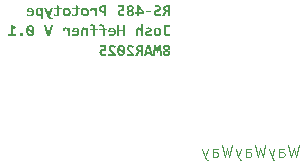
<source format=gbr>
%TF.GenerationSoftware,KiCad,Pcbnew,9.0.0*%
%TF.CreationDate,2025-03-09T00:38:03-06:00*%
%TF.ProjectId,Protyping board,50726f74-7970-4696-9e67-20626f617264,rev?*%
%TF.SameCoordinates,Original*%
%TF.FileFunction,Legend,Bot*%
%TF.FilePolarity,Positive*%
%FSLAX46Y46*%
G04 Gerber Fmt 4.6, Leading zero omitted, Abs format (unit mm)*
G04 Created by KiCad (PCBNEW 9.0.0) date 2025-03-09 00:38:03*
%MOMM*%
%LPD*%
G01*
G04 APERTURE LIST*
%ADD10C,0.100000*%
%ADD11C,0.200000*%
G04 APERTURE END LIST*
D10*
X98291353Y-151622419D02*
X98053258Y-152622419D01*
X98053258Y-152622419D02*
X97862782Y-151908133D01*
X97862782Y-151908133D02*
X97672306Y-152622419D01*
X97672306Y-152622419D02*
X97434211Y-151622419D01*
X96624687Y-152622419D02*
X96624687Y-152098609D01*
X96624687Y-152098609D02*
X96672306Y-152003371D01*
X96672306Y-152003371D02*
X96767544Y-151955752D01*
X96767544Y-151955752D02*
X96958020Y-151955752D01*
X96958020Y-151955752D02*
X97053258Y-152003371D01*
X96624687Y-152574800D02*
X96719925Y-152622419D01*
X96719925Y-152622419D02*
X96958020Y-152622419D01*
X96958020Y-152622419D02*
X97053258Y-152574800D01*
X97053258Y-152574800D02*
X97100877Y-152479561D01*
X97100877Y-152479561D02*
X97100877Y-152384323D01*
X97100877Y-152384323D02*
X97053258Y-152289085D01*
X97053258Y-152289085D02*
X96958020Y-152241466D01*
X96958020Y-152241466D02*
X96719925Y-152241466D01*
X96719925Y-152241466D02*
X96624687Y-152193847D01*
X96243734Y-151955752D02*
X96005639Y-152622419D01*
X95767544Y-151955752D02*
X96005639Y-152622419D01*
X96005639Y-152622419D02*
X96100877Y-152860514D01*
X96100877Y-152860514D02*
X96148496Y-152908133D01*
X96148496Y-152908133D02*
X96243734Y-152955752D01*
X95481829Y-151622419D02*
X95243734Y-152622419D01*
X95243734Y-152622419D02*
X95053258Y-151908133D01*
X95053258Y-151908133D02*
X94862782Y-152622419D01*
X94862782Y-152622419D02*
X94624687Y-151622419D01*
X93815163Y-152622419D02*
X93815163Y-152098609D01*
X93815163Y-152098609D02*
X93862782Y-152003371D01*
X93862782Y-152003371D02*
X93958020Y-151955752D01*
X93958020Y-151955752D02*
X94148496Y-151955752D01*
X94148496Y-151955752D02*
X94243734Y-152003371D01*
X93815163Y-152574800D02*
X93910401Y-152622419D01*
X93910401Y-152622419D02*
X94148496Y-152622419D01*
X94148496Y-152622419D02*
X94243734Y-152574800D01*
X94243734Y-152574800D02*
X94291353Y-152479561D01*
X94291353Y-152479561D02*
X94291353Y-152384323D01*
X94291353Y-152384323D02*
X94243734Y-152289085D01*
X94243734Y-152289085D02*
X94148496Y-152241466D01*
X94148496Y-152241466D02*
X93910401Y-152241466D01*
X93910401Y-152241466D02*
X93815163Y-152193847D01*
X93434210Y-151955752D02*
X93196115Y-152622419D01*
X92958020Y-151955752D02*
X93196115Y-152622419D01*
X93196115Y-152622419D02*
X93291353Y-152860514D01*
X93291353Y-152860514D02*
X93338972Y-152908133D01*
X93338972Y-152908133D02*
X93434210Y-152955752D01*
X92672305Y-151622419D02*
X92434210Y-152622419D01*
X92434210Y-152622419D02*
X92243734Y-151908133D01*
X92243734Y-151908133D02*
X92053258Y-152622419D01*
X92053258Y-152622419D02*
X91815163Y-151622419D01*
X91005639Y-152622419D02*
X91005639Y-152098609D01*
X91005639Y-152098609D02*
X91053258Y-152003371D01*
X91053258Y-152003371D02*
X91148496Y-151955752D01*
X91148496Y-151955752D02*
X91338972Y-151955752D01*
X91338972Y-151955752D02*
X91434210Y-152003371D01*
X91005639Y-152574800D02*
X91100877Y-152622419D01*
X91100877Y-152622419D02*
X91338972Y-152622419D01*
X91338972Y-152622419D02*
X91434210Y-152574800D01*
X91434210Y-152574800D02*
X91481829Y-152479561D01*
X91481829Y-152479561D02*
X91481829Y-152384323D01*
X91481829Y-152384323D02*
X91434210Y-152289085D01*
X91434210Y-152289085D02*
X91338972Y-152241466D01*
X91338972Y-152241466D02*
X91100877Y-152241466D01*
X91100877Y-152241466D02*
X91005639Y-152193847D01*
X90624686Y-151955752D02*
X90386591Y-152622419D01*
X90148496Y-151955752D02*
X90386591Y-152622419D01*
X90386591Y-152622419D02*
X90481829Y-152860514D01*
X90481829Y-152860514D02*
X90529448Y-152908133D01*
X90529448Y-152908133D02*
X90624686Y-152955752D01*
D11*
G36*
X87411889Y-140720000D02*
G01*
X87243850Y-140720000D01*
X87243850Y-140352658D01*
X87211732Y-140352658D01*
X87170913Y-140357999D01*
X87136933Y-140373358D01*
X87109174Y-140398452D01*
X87087412Y-140434785D01*
X86961688Y-140720000D01*
X86764279Y-140720000D01*
X86907039Y-140422573D01*
X86935957Y-140369654D01*
X86961749Y-140334890D01*
X86991200Y-140309644D01*
X87021833Y-140297276D01*
X86980717Y-140287774D01*
X86943614Y-140273401D01*
X86910068Y-140253551D01*
X86881821Y-140228705D01*
X86858904Y-140198695D01*
X86841460Y-140162821D01*
X86830868Y-140122884D01*
X86828397Y-140091685D01*
X87003393Y-140091685D01*
X87006587Y-140121593D01*
X87015727Y-140146945D01*
X87030502Y-140168992D01*
X87050532Y-140187306D01*
X87074816Y-140201262D01*
X87104876Y-140211669D01*
X87137642Y-140217670D01*
X87175523Y-140219790D01*
X87243850Y-140219790D01*
X87243850Y-139969685D01*
X87170088Y-139969685D01*
X87114914Y-139973459D01*
X87074369Y-139983433D01*
X87045097Y-139998140D01*
X87022614Y-140020192D01*
X87008551Y-140050434D01*
X87003393Y-140091685D01*
X86828397Y-140091685D01*
X86827110Y-140075443D01*
X86833231Y-140010517D01*
X86850008Y-139960099D01*
X86877844Y-139917338D01*
X86915282Y-139883651D01*
X86960923Y-139858930D01*
X87017742Y-139841641D01*
X87079652Y-139832314D01*
X87151587Y-139829002D01*
X87411889Y-139829002D01*
X87411889Y-140720000D01*
G37*
G36*
X86034359Y-140450478D02*
G01*
X86041436Y-140520255D01*
X86061348Y-140577423D01*
X86093739Y-140626626D01*
X86136819Y-140666388D01*
X86188896Y-140696527D01*
X86252285Y-140718595D01*
X86321027Y-140731223D01*
X86398464Y-140735631D01*
X86468143Y-140733569D01*
X86534385Y-140727510D01*
X86599526Y-140716708D01*
X86664200Y-140700460D01*
X86664200Y-140536329D01*
X86598621Y-140556113D01*
X86529928Y-140572294D01*
X86461296Y-140583162D01*
X86395045Y-140587131D01*
X86349010Y-140584904D01*
X86313712Y-140578949D01*
X86282263Y-140568739D01*
X86259063Y-140556357D01*
X86240497Y-140540322D01*
X86228349Y-140522224D01*
X86221208Y-140501578D01*
X86218763Y-140478443D01*
X86223608Y-140447941D01*
X86237569Y-140423550D01*
X86258723Y-140403143D01*
X86287090Y-140384349D01*
X86357126Y-140353635D01*
X86437055Y-140324265D01*
X86516983Y-140288789D01*
X86554266Y-140266523D01*
X86587020Y-140239696D01*
X86614598Y-140207786D01*
X86636540Y-140169781D01*
X86650298Y-140126551D01*
X86655286Y-140071901D01*
X86650469Y-140020549D01*
X86636174Y-139972311D01*
X86611818Y-139928529D01*
X86576090Y-139890123D01*
X86530749Y-139859346D01*
X86470882Y-139834192D01*
X86402998Y-139818988D01*
X86315788Y-139813370D01*
X86260162Y-139816057D01*
X86202765Y-139822896D01*
X86148115Y-139832848D01*
X86099938Y-139844633D01*
X86099938Y-139997041D01*
X86147749Y-139981409D01*
X86201360Y-139969014D01*
X86257048Y-139960832D01*
X86310293Y-139957962D01*
X86353012Y-139959914D01*
X86385458Y-139965106D01*
X86414420Y-139973942D01*
X86436017Y-139984767D01*
X86453332Y-139999004D01*
X86464715Y-140015603D01*
X86471303Y-140034642D01*
X86473569Y-140056209D01*
X86468863Y-140082270D01*
X86454823Y-140104324D01*
X86433715Y-140122847D01*
X86404937Y-140140472D01*
X86334595Y-140170453D01*
X86253995Y-140200495D01*
X86173394Y-140237009D01*
X86135976Y-140259789D01*
X86102991Y-140286774D01*
X86075092Y-140318604D01*
X86053166Y-140356017D01*
X86039319Y-140398294D01*
X86034359Y-140450478D01*
G37*
G36*
X85790116Y-140423000D02*
G01*
X85790116Y-140274501D01*
X85365195Y-140274501D01*
X85365195Y-140423000D01*
X85790116Y-140423000D01*
G37*
G36*
X85166748Y-140395828D02*
G01*
X85166748Y-140540237D01*
X84751413Y-140540237D01*
X84751413Y-140720000D01*
X84588808Y-140720000D01*
X84588808Y-140540237D01*
X84453558Y-140540237D01*
X84453558Y-140391737D01*
X84588808Y-140391737D01*
X84749337Y-140391737D01*
X85003471Y-140391737D01*
X84749337Y-139990263D01*
X84749337Y-140391737D01*
X84588808Y-140391737D01*
X84588808Y-139829002D01*
X84818335Y-139829002D01*
X85166748Y-140395828D01*
G37*
G36*
X84108848Y-139818278D02*
G01*
X84167978Y-139831810D01*
X84220660Y-139854206D01*
X84261584Y-139882247D01*
X84294399Y-139917198D01*
X84317637Y-139956985D01*
X84331652Y-140000839D01*
X84336383Y-140048026D01*
X84333258Y-140088228D01*
X84324415Y-140122398D01*
X84310252Y-140153734D01*
X84291992Y-140181749D01*
X84269920Y-140206904D01*
X84244487Y-140229499D01*
X84186784Y-140268333D01*
X84251325Y-140311320D01*
X84280014Y-140336130D01*
X84304998Y-140363893D01*
X84325678Y-140394748D01*
X84341512Y-140429045D01*
X84351344Y-140466382D01*
X84354823Y-140510500D01*
X84349660Y-140559863D01*
X84334673Y-140603312D01*
X84309961Y-140641583D01*
X84275261Y-140674265D01*
X84232567Y-140699686D01*
X84178236Y-140719633D01*
X84118124Y-140731392D01*
X84045368Y-140735631D01*
X83979155Y-140731598D01*
X83919338Y-140719938D01*
X83863904Y-140699966D01*
X83817550Y-140672861D01*
X83778801Y-140637642D01*
X83749590Y-140595130D01*
X83731357Y-140546115D01*
X83726027Y-140497555D01*
X83893021Y-140497555D01*
X83896056Y-140523823D01*
X83904623Y-140545122D01*
X83918298Y-140563130D01*
X83936435Y-140577789D01*
X83957815Y-140588775D01*
X83983208Y-140596718D01*
X84039933Y-140602763D01*
X84083401Y-140599412D01*
X84118369Y-140590156D01*
X84146484Y-140575774D01*
X84168863Y-140555101D01*
X84182134Y-140529563D01*
X84186784Y-140497555D01*
X84184134Y-140469261D01*
X84176526Y-140444738D01*
X84164523Y-140422179D01*
X84148866Y-140401385D01*
X84107894Y-140365237D01*
X84057641Y-140334523D01*
X83994138Y-140367984D01*
X83941564Y-140404132D01*
X83921129Y-140424446D01*
X83906027Y-140446081D01*
X83896342Y-140470095D01*
X83893021Y-140497555D01*
X83726027Y-140497555D01*
X83724982Y-140488030D01*
X83728461Y-140443181D01*
X83738293Y-140405170D01*
X83754112Y-140370334D01*
X83774502Y-140339652D01*
X83799220Y-140312414D01*
X83827808Y-140288483D01*
X83891678Y-140247878D01*
X83833609Y-140206662D01*
X83808041Y-140182981D01*
X83786470Y-140156837D01*
X83768792Y-140127781D01*
X83755024Y-140095104D01*
X83746439Y-140059699D01*
X83744424Y-140032334D01*
X83904623Y-140032334D01*
X83907084Y-140058091D01*
X83914209Y-140080816D01*
X83939488Y-140121055D01*
X83976735Y-140154822D01*
X84022775Y-140183764D01*
X84081882Y-140153845D01*
X84130059Y-140121543D01*
X84148615Y-140103122D01*
X84162177Y-140083808D01*
X84170807Y-140062322D01*
X84173778Y-140037524D01*
X84169670Y-140007645D01*
X84158116Y-139984395D01*
X84138974Y-139966144D01*
X84114534Y-139953668D01*
X84082213Y-139945400D01*
X84039872Y-139942330D01*
X83996535Y-139945330D01*
X83963843Y-139953355D01*
X83939488Y-139965350D01*
X83920115Y-139983029D01*
X83908642Y-140004895D01*
X83904623Y-140032334D01*
X83744424Y-140032334D01*
X83743422Y-140018717D01*
X83748378Y-139974584D01*
X83762901Y-139935125D01*
X83786539Y-139900234D01*
X83819626Y-139869973D01*
X83859993Y-139846384D01*
X83911461Y-139828025D01*
X83968197Y-139817233D01*
X84035781Y-139813370D01*
X84108848Y-139818278D01*
G37*
G36*
X82968379Y-140436983D02*
G01*
X82971877Y-140483922D01*
X82982002Y-140526054D01*
X82998482Y-140564173D01*
X83034151Y-140615174D01*
X83081830Y-140657901D01*
X83138808Y-140690978D01*
X83207493Y-140715847D01*
X83281804Y-140730536D01*
X83364602Y-140735631D01*
X83409726Y-140734288D01*
X83458208Y-140731051D01*
X83506079Y-140726167D01*
X83549066Y-140720000D01*
X83549066Y-140575408D01*
X83459551Y-140589635D01*
X83356420Y-140594947D01*
X83288954Y-140589886D01*
X83238164Y-140576325D01*
X83200348Y-140555929D01*
X83170508Y-140526529D01*
X83152833Y-140491104D01*
X83146676Y-140447669D01*
X83152658Y-140402255D01*
X83169318Y-140367492D01*
X83196563Y-140340751D01*
X83231822Y-140322971D01*
X83283691Y-140310565D01*
X83357763Y-140305764D01*
X83532641Y-140305764D01*
X83532641Y-139829002D01*
X83017594Y-139829002D01*
X83017594Y-139985317D01*
X83376875Y-139985317D01*
X83376875Y-140168988D01*
X83312639Y-140168988D01*
X83245304Y-140172112D01*
X83182213Y-140181261D01*
X83122938Y-140198363D01*
X83072609Y-140223881D01*
X83030116Y-140259365D01*
X82996772Y-140306069D01*
X82981608Y-140341697D01*
X82971875Y-140384816D01*
X82968379Y-140436983D01*
G37*
G36*
X82025662Y-140720000D02*
G01*
X81856219Y-140720000D01*
X81856219Y-140434724D01*
X81770856Y-140434724D01*
X81683916Y-140428413D01*
X81612404Y-140410849D01*
X81548716Y-140381556D01*
X81498342Y-140343927D01*
X81458234Y-140296937D01*
X81429344Y-140241833D01*
X81412028Y-140180813D01*
X81407108Y-140124780D01*
X81582301Y-140124780D01*
X81585402Y-140162138D01*
X81594269Y-140194511D01*
X81609058Y-140223590D01*
X81629134Y-140248000D01*
X81654263Y-140267501D01*
X81685432Y-140282194D01*
X81720436Y-140290919D01*
X81762613Y-140294040D01*
X81856219Y-140294040D01*
X81856219Y-139969685D01*
X81768108Y-139969685D01*
X81722092Y-139972598D01*
X81685493Y-139980554D01*
X81652986Y-139994087D01*
X81627730Y-140011695D01*
X81607771Y-140034070D01*
X81593597Y-140060788D01*
X81585217Y-140090647D01*
X81582301Y-140124780D01*
X81407108Y-140124780D01*
X81406079Y-140113056D01*
X81412217Y-140047392D01*
X81429649Y-139991912D01*
X81458673Y-139943168D01*
X81498647Y-139902763D01*
X81548148Y-139871524D01*
X81610694Y-139847808D01*
X81680054Y-139833984D01*
X81764017Y-139829002D01*
X82025662Y-139829002D01*
X82025662Y-140720000D01*
G37*
G36*
X80807257Y-140294040D02*
G01*
X80807620Y-140257760D01*
X80811043Y-140229987D01*
X80817955Y-140205111D01*
X80827407Y-140186390D01*
X80840191Y-140171352D01*
X80855129Y-140161294D01*
X80872335Y-140155415D01*
X80892620Y-140153356D01*
X80928704Y-140160310D01*
X80968824Y-140183398D01*
X81007076Y-140219773D01*
X81055225Y-140282316D01*
X81055225Y-140720000D01*
X81226011Y-140720000D01*
X81226011Y-140024396D01*
X81075069Y-140024396D01*
X81068902Y-140129909D01*
X81030312Y-140081671D01*
X80982501Y-140044729D01*
X80955026Y-140031155D01*
X80924066Y-140020976D01*
X80891048Y-140014823D01*
X80853724Y-140012672D01*
X80803103Y-140017338D01*
X80760484Y-140030563D01*
X80723095Y-140052739D01*
X80692158Y-140083564D01*
X80668609Y-140121981D01*
X80651186Y-140171613D01*
X80641888Y-140226767D01*
X80639890Y-140294040D01*
X80807257Y-140294040D01*
G37*
G36*
X80265828Y-140019484D02*
G01*
X80332144Y-140038928D01*
X80391156Y-140070762D01*
X80439733Y-140112873D01*
X80478243Y-140164827D01*
X80507327Y-140228033D01*
X80524792Y-140297863D01*
X80530896Y-140377876D01*
X80524923Y-140463942D01*
X80508365Y-140534314D01*
X80480307Y-140596770D01*
X80443457Y-140646055D01*
X80396815Y-140684904D01*
X80340326Y-140713161D01*
X80276927Y-140729765D01*
X80202329Y-140735631D01*
X80123998Y-140728712D01*
X80057554Y-140709070D01*
X79998589Y-140676806D01*
X79950270Y-140634148D01*
X79912064Y-140581554D01*
X79883347Y-140517950D01*
X79866090Y-140447844D01*
X79860392Y-140372442D01*
X80033618Y-140372442D01*
X80036083Y-140417689D01*
X80043204Y-140458660D01*
X80055422Y-140496767D01*
X80071903Y-140528269D01*
X80093943Y-140554567D01*
X80121789Y-140574431D01*
X80154437Y-140586702D01*
X80194146Y-140591039D01*
X80242078Y-140584700D01*
X80281224Y-140566593D01*
X80313703Y-140536390D01*
X80336571Y-140497471D01*
X80351748Y-140444654D01*
X80357423Y-140373785D01*
X80355060Y-140329845D01*
X80348203Y-140289644D01*
X80336107Y-140252179D01*
X80319199Y-140220767D01*
X80296593Y-140194318D01*
X80268640Y-140174239D01*
X80235657Y-140161746D01*
X80194146Y-140157264D01*
X80143988Y-140163709D01*
X80104931Y-140181741D01*
X80074284Y-140211242D01*
X80053116Y-140249483D01*
X80038943Y-140301814D01*
X80033618Y-140372442D01*
X79860392Y-140372442D01*
X79860083Y-140368351D01*
X79865956Y-140284196D01*
X79882309Y-140214722D01*
X79910029Y-140152798D01*
X79946851Y-140103347D01*
X79993473Y-140064096D01*
X80049982Y-140035509D01*
X80113480Y-140018644D01*
X80188651Y-140012672D01*
X80265828Y-140019484D01*
G37*
G36*
X79143841Y-140712184D02*
G01*
X79234699Y-140729220D01*
X79321467Y-140735631D01*
X79387261Y-140731757D01*
X79439314Y-140721221D01*
X79485401Y-140702595D01*
X79521318Y-140677318D01*
X79549205Y-140644231D01*
X79569129Y-140602213D01*
X79580349Y-140554143D01*
X79584455Y-140493525D01*
X79584455Y-140153356D01*
X79770935Y-140153356D01*
X79770935Y-140024396D01*
X79584455Y-140024396D01*
X79584455Y-139846221D01*
X79413668Y-139801646D01*
X79413668Y-140024396D01*
X79143841Y-140024396D01*
X79143841Y-140153356D01*
X79413668Y-140153356D01*
X79413668Y-140481802D01*
X79410187Y-140520776D01*
X79400786Y-140550162D01*
X79386374Y-140572172D01*
X79365955Y-140588152D01*
X79336497Y-140598745D01*
X79294783Y-140602763D01*
X79214916Y-140595680D01*
X79143841Y-140579316D01*
X79143841Y-140712184D01*
G37*
G36*
X78728075Y-140019484D02*
G01*
X78794391Y-140038928D01*
X78853403Y-140070762D01*
X78901980Y-140112873D01*
X78940490Y-140164827D01*
X78969574Y-140228033D01*
X78987039Y-140297863D01*
X78993143Y-140377876D01*
X78987170Y-140463942D01*
X78970612Y-140534314D01*
X78942555Y-140596770D01*
X78905704Y-140646055D01*
X78859062Y-140684904D01*
X78802573Y-140713161D01*
X78739174Y-140729765D01*
X78664576Y-140735631D01*
X78586245Y-140728712D01*
X78519801Y-140709070D01*
X78460836Y-140676806D01*
X78412517Y-140634148D01*
X78374311Y-140581554D01*
X78345594Y-140517950D01*
X78328337Y-140447844D01*
X78322639Y-140372442D01*
X78495865Y-140372442D01*
X78498330Y-140417689D01*
X78505451Y-140458660D01*
X78517669Y-140496767D01*
X78534150Y-140528269D01*
X78556190Y-140554567D01*
X78584036Y-140574431D01*
X78616684Y-140586702D01*
X78656393Y-140591039D01*
X78704326Y-140584700D01*
X78743471Y-140566593D01*
X78775950Y-140536390D01*
X78798818Y-140497471D01*
X78813995Y-140444654D01*
X78819670Y-140373785D01*
X78817307Y-140329845D01*
X78810450Y-140289644D01*
X78798354Y-140252179D01*
X78781446Y-140220767D01*
X78758840Y-140194318D01*
X78730887Y-140174239D01*
X78697904Y-140161746D01*
X78656393Y-140157264D01*
X78606235Y-140163709D01*
X78567178Y-140181741D01*
X78536531Y-140211242D01*
X78515363Y-140249483D01*
X78501190Y-140301814D01*
X78495865Y-140372442D01*
X78322639Y-140372442D01*
X78322330Y-140368351D01*
X78328203Y-140284196D01*
X78344556Y-140214722D01*
X78372276Y-140152798D01*
X78409098Y-140103347D01*
X78455720Y-140064096D01*
X78512229Y-140035509D01*
X78575727Y-140018644D01*
X78650898Y-140012672D01*
X78728075Y-140019484D01*
G37*
G36*
X77606088Y-140712184D02*
G01*
X77696946Y-140729220D01*
X77783714Y-140735631D01*
X77849508Y-140731757D01*
X77901561Y-140721221D01*
X77947648Y-140702595D01*
X77983565Y-140677318D01*
X78011452Y-140644231D01*
X78031376Y-140602213D01*
X78042596Y-140554143D01*
X78046702Y-140493525D01*
X78046702Y-140153356D01*
X78233182Y-140153356D01*
X78233182Y-140024396D01*
X78046702Y-140024396D01*
X78046702Y-139846221D01*
X77875915Y-139801646D01*
X77875915Y-140024396D01*
X77606088Y-140024396D01*
X77606088Y-140153356D01*
X77875915Y-140153356D01*
X77875915Y-140481802D01*
X77872434Y-140520776D01*
X77863033Y-140550162D01*
X77848621Y-140572172D01*
X77828202Y-140588152D01*
X77798744Y-140598745D01*
X77757030Y-140602763D01*
X77677163Y-140595680D01*
X77606088Y-140579316D01*
X77606088Y-140712184D01*
G37*
G36*
X76992245Y-140642269D02*
G01*
X77030293Y-140729084D01*
X77067777Y-140800416D01*
X77110011Y-140864165D01*
X77154178Y-140913989D01*
X77204310Y-140954051D01*
X77259080Y-140982377D01*
X77319124Y-140999344D01*
X77388468Y-141005275D01*
X77425715Y-141003565D01*
X77467053Y-140998436D01*
X77467053Y-140856775D01*
X77448307Y-140859706D01*
X77426081Y-140862332D01*
X77402512Y-140863920D01*
X77380286Y-140864591D01*
X77352402Y-140861859D01*
X77327041Y-140853845D01*
X77303525Y-140841087D01*
X77281612Y-140823925D01*
X77261941Y-140803207D01*
X77243693Y-140778190D01*
X77213590Y-140720000D01*
X77488913Y-140024396D01*
X77303105Y-140024396D01*
X77158941Y-140420680D01*
X77115893Y-140546099D01*
X77073578Y-140424221D01*
X76928070Y-140024396D01*
X76749101Y-140024396D01*
X76992245Y-140642269D01*
G37*
G36*
X76309758Y-140014767D02*
G01*
X76341582Y-140020671D01*
X76371410Y-140030429D01*
X76398979Y-140043630D01*
X76448499Y-140079900D01*
X76492524Y-140127100D01*
X76496615Y-140024396D01*
X76640779Y-140024396D01*
X76640779Y-140989644D01*
X76474084Y-140989644D01*
X76474084Y-140719450D01*
X76426945Y-140728304D01*
X76375043Y-140731723D01*
X76299806Y-140726048D01*
X76232283Y-140709619D01*
X76170793Y-140681350D01*
X76118588Y-140641536D01*
X76076228Y-140590492D01*
X76043422Y-140526132D01*
X76028921Y-140479050D01*
X76019698Y-140424506D01*
X76016794Y-140368290D01*
X76191311Y-140368290D01*
X76194536Y-140420012D01*
X76203646Y-140464338D01*
X76218956Y-140504641D01*
X76238817Y-140536817D01*
X76264171Y-140563207D01*
X76294138Y-140582674D01*
X76327966Y-140594720D01*
X76366189Y-140598855D01*
X76425296Y-140594153D01*
X76474084Y-140582002D01*
X76474084Y-140282683D01*
X76430299Y-140228680D01*
X76392445Y-140190969D01*
X76365305Y-140171686D01*
X76338572Y-140160803D01*
X76311540Y-140157264D01*
X76284052Y-140160309D01*
X76260676Y-140169049D01*
X76240570Y-140183893D01*
X76223063Y-140206479D01*
X76209951Y-140234350D01*
X76199494Y-140271875D01*
X76193541Y-140313736D01*
X76191311Y-140368290D01*
X76016794Y-140368290D01*
X76016434Y-140361329D01*
X76020916Y-140283231D01*
X76033531Y-140216615D01*
X76054986Y-140155809D01*
X76083051Y-140107011D01*
X76119500Y-140066753D01*
X76163285Y-140037219D01*
X76213602Y-140019016D01*
X76272583Y-140012672D01*
X76309758Y-140014767D01*
G37*
G36*
X75642597Y-140019602D02*
G01*
X75705573Y-140039600D01*
X75761609Y-140072223D01*
X75808400Y-140115926D01*
X75845486Y-140169430D01*
X75873979Y-140234506D01*
X75891166Y-140306061D01*
X75897182Y-140388135D01*
X75891060Y-140470243D01*
X75873979Y-140538039D01*
X75845173Y-140598266D01*
X75806995Y-140646727D01*
X75758984Y-140684983D01*
X75700444Y-140713161D01*
X75635040Y-140729768D01*
X75558356Y-140735631D01*
X75493449Y-140733128D01*
X75427198Y-140725739D01*
X75362962Y-140714565D01*
X75304893Y-140700460D01*
X75304893Y-140567592D01*
X75366768Y-140583849D01*
X75424816Y-140594520D01*
X75481739Y-140600778D01*
X75533077Y-140602763D01*
X75575533Y-140599569D01*
X75612639Y-140590429D01*
X75646250Y-140575099D01*
X75674127Y-140554525D01*
X75696637Y-140528349D01*
X75713756Y-140495968D01*
X75724066Y-140459317D01*
X75727739Y-140415184D01*
X75271432Y-140415184D01*
X75268379Y-140364199D01*
X75267341Y-140319991D01*
X75269365Y-140294040D01*
X75436723Y-140294040D01*
X75725052Y-140294040D01*
X75715778Y-140246007D01*
X75699651Y-140208214D01*
X75677241Y-140178635D01*
X75648175Y-140156085D01*
X75614260Y-140142468D01*
X75574049Y-140137725D01*
X75546050Y-140140103D01*
X75520437Y-140147067D01*
X75497046Y-140158835D01*
X75476718Y-140175643D01*
X75460175Y-140197037D01*
X75446981Y-140224553D01*
X75439110Y-140255649D01*
X75436723Y-140294040D01*
X75269365Y-140294040D01*
X75272447Y-140254521D01*
X75287185Y-140196282D01*
X75311834Y-140143323D01*
X75345254Y-140099012D01*
X75387583Y-140063076D01*
X75440204Y-140035448D01*
X75499594Y-140018640D01*
X75570629Y-140012672D01*
X75642597Y-140019602D01*
G37*
G36*
X86881760Y-142134813D02*
G01*
X86886874Y-142195834D01*
X86901605Y-142249607D01*
X86926166Y-142298002D01*
X86959673Y-142338450D01*
X87001789Y-142370706D01*
X87054623Y-142395481D01*
X87114036Y-142410302D01*
X87186453Y-142415631D01*
X87241067Y-142412542D01*
X87293004Y-142403419D01*
X87342238Y-142389221D01*
X87382519Y-142372644D01*
X87382519Y-142208513D01*
X87342585Y-142234708D01*
X87293736Y-142255835D01*
X87240430Y-142269940D01*
X87186453Y-142274947D01*
X87163862Y-142272965D01*
X87139680Y-142266765D01*
X87116818Y-142255879D01*
X87096266Y-142239349D01*
X87079283Y-142217807D01*
X87064881Y-142188974D01*
X87055888Y-142155666D01*
X87052547Y-142111854D01*
X87052547Y-141645778D01*
X87375680Y-141645778D01*
X87375680Y-141509002D01*
X86881760Y-141509002D01*
X86881760Y-142134813D01*
G37*
G36*
X86416840Y-141699484D02*
G01*
X86483155Y-141718928D01*
X86542168Y-141750762D01*
X86590744Y-141792873D01*
X86629255Y-141844827D01*
X86658339Y-141908033D01*
X86675803Y-141977863D01*
X86681908Y-142057876D01*
X86675935Y-142143942D01*
X86659377Y-142214314D01*
X86631319Y-142276770D01*
X86594469Y-142326055D01*
X86547827Y-142364904D01*
X86491338Y-142393161D01*
X86427939Y-142409765D01*
X86353340Y-142415631D01*
X86275010Y-142408712D01*
X86208565Y-142389070D01*
X86149601Y-142356806D01*
X86101282Y-142314148D01*
X86063076Y-142261554D01*
X86034359Y-142197950D01*
X86017102Y-142127844D01*
X86011404Y-142052442D01*
X86184630Y-142052442D01*
X86187095Y-142097689D01*
X86194216Y-142138660D01*
X86206434Y-142176767D01*
X86222915Y-142208269D01*
X86244955Y-142234567D01*
X86272801Y-142254431D01*
X86305449Y-142266702D01*
X86345158Y-142271039D01*
X86393090Y-142264700D01*
X86432236Y-142246593D01*
X86464715Y-142216390D01*
X86487583Y-142177471D01*
X86502760Y-142124654D01*
X86508435Y-142053785D01*
X86506071Y-142009845D01*
X86499214Y-141969644D01*
X86487119Y-141932179D01*
X86470211Y-141900767D01*
X86447604Y-141874318D01*
X86419652Y-141854239D01*
X86386669Y-141841746D01*
X86345158Y-141837264D01*
X86295000Y-141843709D01*
X86255943Y-141861741D01*
X86225296Y-141891242D01*
X86204128Y-141929483D01*
X86189955Y-141981814D01*
X86184630Y-142052442D01*
X86011404Y-142052442D01*
X86011095Y-142048351D01*
X86016968Y-141964196D01*
X86033321Y-141894722D01*
X86061041Y-141832798D01*
X86097862Y-141783347D01*
X86144485Y-141744096D01*
X86200994Y-141715509D01*
X86264492Y-141698644D01*
X86339663Y-141692672D01*
X86416840Y-141699484D01*
G37*
G36*
X85294853Y-142196240D02*
G01*
X85301736Y-142252332D01*
X85321170Y-142297418D01*
X85351605Y-142335289D01*
X85390840Y-142365561D01*
X85436472Y-142387937D01*
X85489209Y-142403663D01*
X85544638Y-142412625D01*
X85601561Y-142415631D01*
X85676229Y-142413519D01*
X85739558Y-142407632D01*
X85799986Y-142397686D01*
X85855696Y-142384368D01*
X85855696Y-142235868D01*
X85791019Y-142259095D01*
X85727590Y-142274642D01*
X85664465Y-142283768D01*
X85607056Y-142286671D01*
X85546292Y-142280832D01*
X85509054Y-142266338D01*
X85490449Y-142250739D01*
X85480042Y-142233325D01*
X85476570Y-142213276D01*
X85483408Y-142184638D01*
X85492541Y-142172640D01*
X85509054Y-142159787D01*
X85561994Y-142135301D01*
X85651448Y-142106969D01*
X85700832Y-142091259D01*
X85741268Y-142074607D01*
X85777302Y-142054413D01*
X85805137Y-142032048D01*
X85827289Y-142005499D01*
X85843056Y-141975139D01*
X85852349Y-141941059D01*
X85855696Y-141899118D01*
X85850911Y-141858044D01*
X85836584Y-141819434D01*
X85813144Y-141784716D01*
X85779553Y-141753672D01*
X85738267Y-141729011D01*
X85684909Y-141709036D01*
X85625571Y-141697034D01*
X85552407Y-141692672D01*
X85436270Y-141698778D01*
X85346755Y-141712212D01*
X85346755Y-141848988D01*
X85405600Y-141832236D01*
X85458435Y-141821755D01*
X85510638Y-141815786D01*
X85561933Y-141813817D01*
X85609955Y-141818948D01*
X85644242Y-141832623D01*
X85661859Y-141847186D01*
X85671903Y-141864280D01*
X85675322Y-141884830D01*
X85669216Y-141912796D01*
X85660785Y-141924145D01*
X85644975Y-141936610D01*
X85594417Y-141960851D01*
X85508627Y-141988389D01*
X85451205Y-142006788D01*
X85407571Y-142024842D01*
X85369511Y-142046282D01*
X85341687Y-142068806D01*
X85320105Y-142095232D01*
X85305783Y-142124677D01*
X85297721Y-142157356D01*
X85294853Y-142196240D01*
G37*
G36*
X84684429Y-142400000D02*
G01*
X84684429Y-141950654D01*
X84688761Y-141905164D01*
X84699997Y-141874267D01*
X84716660Y-141853905D01*
X84739042Y-141841663D01*
X84769120Y-141837264D01*
X84796178Y-141840827D01*
X84822930Y-141851785D01*
X84850087Y-141871214D01*
X84887935Y-141909180D01*
X84931725Y-141963538D01*
X84931725Y-142400000D01*
X85098421Y-142400000D01*
X85098421Y-141434752D01*
X84931725Y-141434752D01*
X84931725Y-141673438D01*
X84939907Y-141799651D01*
X84896920Y-141754344D01*
X84849781Y-141720638D01*
X84795132Y-141699816D01*
X84764889Y-141694533D01*
X84730225Y-141692672D01*
X84679124Y-141697257D01*
X84637351Y-141710075D01*
X84600796Y-141731135D01*
X84571100Y-141759106D01*
X84548049Y-141793482D01*
X84531106Y-141835432D01*
X84521267Y-141881638D01*
X84517794Y-141935266D01*
X84517794Y-142400000D01*
X84684429Y-142400000D01*
G37*
G36*
X83119382Y-142400000D02*
G01*
X83119382Y-142013119D01*
X83422670Y-142013119D01*
X83422670Y-142400000D01*
X83590710Y-142400000D01*
X83590710Y-141509002D01*
X83422670Y-141509002D01*
X83422670Y-141868527D01*
X83119382Y-141868527D01*
X83119382Y-141509002D01*
X82951343Y-141509002D01*
X82951343Y-142400000D01*
X83119382Y-142400000D01*
G37*
G36*
X82562485Y-141699602D02*
G01*
X82625462Y-141719600D01*
X82681498Y-141752223D01*
X82728288Y-141795926D01*
X82765374Y-141849430D01*
X82793867Y-141914506D01*
X82811054Y-141986061D01*
X82817070Y-142068135D01*
X82810948Y-142150243D01*
X82793867Y-142218039D01*
X82765061Y-142278266D01*
X82726884Y-142326727D01*
X82678872Y-142364983D01*
X82620333Y-142393161D01*
X82554929Y-142409768D01*
X82478244Y-142415631D01*
X82413337Y-142413128D01*
X82347086Y-142405739D01*
X82282850Y-142394565D01*
X82224781Y-142380460D01*
X82224781Y-142247592D01*
X82286656Y-142263849D01*
X82344705Y-142274520D01*
X82401628Y-142280778D01*
X82452965Y-142282763D01*
X82495421Y-142279569D01*
X82532527Y-142270429D01*
X82566139Y-142255099D01*
X82594016Y-142234525D01*
X82616526Y-142208349D01*
X82633644Y-142175968D01*
X82643954Y-142139317D01*
X82647627Y-142095184D01*
X82191320Y-142095184D01*
X82188267Y-142044199D01*
X82187229Y-141999991D01*
X82189253Y-141974040D01*
X82356612Y-141974040D01*
X82644940Y-141974040D01*
X82635666Y-141926007D01*
X82619539Y-141888214D01*
X82597130Y-141858635D01*
X82568064Y-141836085D01*
X82534149Y-141822468D01*
X82493937Y-141817725D01*
X82465938Y-141820103D01*
X82440326Y-141827067D01*
X82416935Y-141838835D01*
X82396606Y-141855643D01*
X82380063Y-141877037D01*
X82366870Y-141904553D01*
X82358999Y-141935649D01*
X82356612Y-141974040D01*
X82189253Y-141974040D01*
X82192335Y-141934521D01*
X82207074Y-141876282D01*
X82231722Y-141823323D01*
X82265143Y-141779012D01*
X82307472Y-141743076D01*
X82360092Y-141715448D01*
X82419482Y-141698640D01*
X82490518Y-141692672D01*
X82562485Y-141699602D01*
G37*
G36*
X81399912Y-141579344D02*
G01*
X81471292Y-141562674D01*
X81555678Y-141555896D01*
X81584376Y-141557901D01*
X81610327Y-141563712D01*
X81634040Y-141573853D01*
X81654047Y-141588442D01*
X81670318Y-141607342D01*
X81683112Y-141631489D01*
X81690838Y-141659217D01*
X81693675Y-141694870D01*
X81693675Y-141806001D01*
X81421100Y-141806001D01*
X81421100Y-141934961D01*
X81693675Y-141934961D01*
X81693675Y-142400000D01*
X81861714Y-142400000D01*
X81861714Y-141934961D01*
X82063215Y-141934961D01*
X82063215Y-141806001D01*
X81861714Y-141806001D01*
X81861714Y-141700793D01*
X81855983Y-141630403D01*
X81840221Y-141574520D01*
X81813877Y-141526012D01*
X81779405Y-141488058D01*
X81736740Y-141459191D01*
X81684822Y-141438721D01*
X81627547Y-141427124D01*
X81561113Y-141423028D01*
X81475444Y-141429928D01*
X81399912Y-141446475D01*
X81399912Y-141579344D01*
G37*
G36*
X80631036Y-141579344D02*
G01*
X80702416Y-141562674D01*
X80786802Y-141555896D01*
X80815499Y-141557901D01*
X80841451Y-141563712D01*
X80865163Y-141573853D01*
X80885170Y-141588442D01*
X80901441Y-141607342D01*
X80914235Y-141631489D01*
X80921961Y-141659217D01*
X80924799Y-141694870D01*
X80924799Y-141806001D01*
X80652224Y-141806001D01*
X80652224Y-141934961D01*
X80924799Y-141934961D01*
X80924799Y-142400000D01*
X81092838Y-142400000D01*
X81092838Y-141934961D01*
X81294338Y-141934961D01*
X81294338Y-141806001D01*
X81092838Y-141806001D01*
X81092838Y-141700793D01*
X81087107Y-141630403D01*
X81071345Y-141574520D01*
X81045001Y-141526012D01*
X81010528Y-141488058D01*
X80967863Y-141459191D01*
X80915945Y-141438721D01*
X80858671Y-141427124D01*
X80792236Y-141423028D01*
X80706568Y-141429928D01*
X80631036Y-141446475D01*
X80631036Y-141579344D01*
G37*
G36*
X80071170Y-142400000D02*
G01*
X80071170Y-141950654D01*
X80075502Y-141905164D01*
X80086738Y-141874267D01*
X80103401Y-141853905D01*
X80125783Y-141841663D01*
X80155861Y-141837264D01*
X80182919Y-141840827D01*
X80209671Y-141851785D01*
X80236828Y-141871214D01*
X80274676Y-141909180D01*
X80318466Y-141963538D01*
X80318466Y-142400000D01*
X80485162Y-142400000D01*
X80485162Y-141704396D01*
X80340997Y-141704396D01*
X80336906Y-141807100D01*
X80292882Y-141759900D01*
X80243361Y-141723630D01*
X80215792Y-141710429D01*
X80185964Y-141700671D01*
X80154141Y-141694767D01*
X80116966Y-141692672D01*
X80065865Y-141697257D01*
X80024092Y-141710075D01*
X79987537Y-141731135D01*
X79957841Y-141759106D01*
X79934791Y-141793482D01*
X79917847Y-141835432D01*
X79908008Y-141881638D01*
X79904535Y-141935266D01*
X79904535Y-142400000D01*
X80071170Y-142400000D01*
G37*
G36*
X79486979Y-141699602D02*
G01*
X79549956Y-141719600D01*
X79605992Y-141752223D01*
X79652782Y-141795926D01*
X79689868Y-141849430D01*
X79718361Y-141914506D01*
X79735548Y-141986061D01*
X79741564Y-142068135D01*
X79735442Y-142150243D01*
X79718361Y-142218039D01*
X79689555Y-142278266D01*
X79651378Y-142326727D01*
X79603366Y-142364983D01*
X79544827Y-142393161D01*
X79479423Y-142409768D01*
X79402739Y-142415631D01*
X79337831Y-142413128D01*
X79271580Y-142405739D01*
X79207344Y-142394565D01*
X79149275Y-142380460D01*
X79149275Y-142247592D01*
X79211150Y-142263849D01*
X79269199Y-142274520D01*
X79326122Y-142280778D01*
X79377459Y-142282763D01*
X79419915Y-142279569D01*
X79457021Y-142270429D01*
X79490633Y-142255099D01*
X79518510Y-142234525D01*
X79541020Y-142208349D01*
X79558138Y-142175968D01*
X79568448Y-142139317D01*
X79572121Y-142095184D01*
X79115814Y-142095184D01*
X79112761Y-142044199D01*
X79111723Y-141999991D01*
X79113747Y-141974040D01*
X79281106Y-141974040D01*
X79569434Y-141974040D01*
X79560160Y-141926007D01*
X79544033Y-141888214D01*
X79521624Y-141858635D01*
X79492558Y-141836085D01*
X79458643Y-141822468D01*
X79418431Y-141817725D01*
X79390432Y-141820103D01*
X79364820Y-141827067D01*
X79341429Y-141838835D01*
X79321100Y-141855643D01*
X79304557Y-141877037D01*
X79291364Y-141904553D01*
X79283493Y-141935649D01*
X79281106Y-141974040D01*
X79113747Y-141974040D01*
X79116830Y-141934521D01*
X79131568Y-141876282D01*
X79156216Y-141823323D01*
X79189637Y-141779012D01*
X79231966Y-141743076D01*
X79284586Y-141715448D01*
X79343976Y-141698640D01*
X79415012Y-141692672D01*
X79486979Y-141699602D01*
G37*
G36*
X78500628Y-141974040D02*
G01*
X78500990Y-141937760D01*
X78504413Y-141909987D01*
X78511326Y-141885111D01*
X78520778Y-141866390D01*
X78533561Y-141851352D01*
X78548499Y-141841294D01*
X78565705Y-141835415D01*
X78585990Y-141833356D01*
X78622075Y-141840310D01*
X78662194Y-141863398D01*
X78700446Y-141899773D01*
X78748595Y-141962316D01*
X78748595Y-142400000D01*
X78919382Y-142400000D01*
X78919382Y-141704396D01*
X78768440Y-141704396D01*
X78762273Y-141809909D01*
X78723682Y-141761671D01*
X78675872Y-141724729D01*
X78648397Y-141711155D01*
X78617437Y-141700976D01*
X78584419Y-141694823D01*
X78547095Y-141692672D01*
X78496473Y-141697338D01*
X78453855Y-141710563D01*
X78416465Y-141732739D01*
X78385528Y-141763564D01*
X78361980Y-141801981D01*
X78344556Y-141851613D01*
X78335258Y-141906767D01*
X78333260Y-141974040D01*
X78500628Y-141974040D01*
G37*
G36*
X77009342Y-142400000D02*
G01*
X77232030Y-142400000D01*
X77504605Y-141509002D01*
X77314035Y-141509002D01*
X77163032Y-142045542D01*
X77114549Y-142221397D01*
X77063991Y-142035284D01*
X76914392Y-141509002D01*
X76735423Y-141509002D01*
X77009342Y-142400000D01*
G37*
G36*
X75627793Y-141497028D02*
G01*
X75678084Y-141507607D01*
X75723709Y-141524755D01*
X75765941Y-141548803D01*
X75803373Y-141579028D01*
X75836427Y-141615858D01*
X75863788Y-141657317D01*
X75887192Y-141705769D01*
X75906402Y-141762159D01*
X75924267Y-141852036D01*
X75930643Y-141958592D01*
X75927536Y-142039050D01*
X75918838Y-142107670D01*
X75905364Y-142165954D01*
X75885440Y-142222346D01*
X75861893Y-142269352D01*
X75835022Y-142308225D01*
X75802635Y-142342348D01*
X75766993Y-142369335D01*
X75727739Y-142389741D01*
X75663436Y-142409013D01*
X75591817Y-142415631D01*
X75535608Y-142411952D01*
X75485362Y-142401354D01*
X75440204Y-142384246D01*
X75398339Y-142360248D01*
X75360997Y-142330049D01*
X75327791Y-142293204D01*
X75300242Y-142251673D01*
X75276841Y-142203219D01*
X75257815Y-142146903D01*
X75240176Y-142056987D01*
X75234258Y-141956821D01*
X75401919Y-141956821D01*
X75405592Y-142036097D01*
X75415596Y-142099520D01*
X75432640Y-142156864D01*
X75453515Y-142199904D01*
X75480659Y-142235233D01*
X75510912Y-142259193D01*
X75545328Y-142273946D01*
X75582292Y-142278855D01*
X75616228Y-142275262D01*
X75646688Y-142264745D01*
X75674494Y-142247165D01*
X75697816Y-142223662D01*
X75718388Y-142191841D01*
X75735982Y-142149895D01*
X75403262Y-141911514D01*
X75402590Y-141933862D01*
X75401919Y-141956821D01*
X75234258Y-141956821D01*
X75233879Y-141950409D01*
X75236994Y-141869445D01*
X75245699Y-141800620D01*
X75254390Y-141763014D01*
X75426526Y-141763014D01*
X75761261Y-142001395D01*
X75762604Y-141978375D01*
X75762604Y-141954073D01*
X75758835Y-141873728D01*
X75748621Y-141810153D01*
X75731316Y-141752727D01*
X75710336Y-141709281D01*
X75683202Y-141673462D01*
X75653306Y-141649624D01*
X75619167Y-141635018D01*
X75582292Y-141630146D01*
X75547930Y-141633849D01*
X75517370Y-141644655D01*
X75489724Y-141662691D01*
X75466545Y-141686645D01*
X75445399Y-141719431D01*
X75426526Y-141763014D01*
X75254390Y-141763014D01*
X75259159Y-141742376D01*
X75279072Y-141685966D01*
X75302520Y-141639093D01*
X75329195Y-141600471D01*
X75361306Y-141566559D01*
X75396801Y-141539687D01*
X75436051Y-141519321D01*
X75500365Y-141500004D01*
X75572034Y-141493370D01*
X75627793Y-141497028D01*
G37*
G36*
X74817506Y-142145987D02*
G01*
X74789620Y-142148704D01*
X74764262Y-142156673D01*
X74741178Y-142169280D01*
X74721580Y-142185554D01*
X74705489Y-142205286D01*
X74693187Y-142228541D01*
X74685526Y-142253973D01*
X74682929Y-142281481D01*
X74685517Y-142308363D01*
X74693187Y-142333443D01*
X74705464Y-142356401D01*
X74721580Y-142376125D01*
X74741173Y-142392351D01*
X74764262Y-142404945D01*
X74789620Y-142412914D01*
X74817506Y-142415631D01*
X74844087Y-142412933D01*
X74868736Y-142404945D01*
X74891204Y-142392377D01*
X74910441Y-142376125D01*
X74926217Y-142356431D01*
X74938407Y-142333443D01*
X74946076Y-142308363D01*
X74948665Y-142281481D01*
X74946068Y-142253973D01*
X74938407Y-142228541D01*
X74926192Y-142205255D01*
X74910441Y-142185554D01*
X74891200Y-142169253D01*
X74868736Y-142156673D01*
X74844087Y-142148685D01*
X74817506Y-142145987D01*
G37*
G36*
X74325235Y-142400000D02*
G01*
X74325235Y-142251500D01*
X74097784Y-142251500D01*
X74097784Y-141677285D01*
X74295865Y-141786461D01*
X74350514Y-141649685D01*
X74067070Y-141501186D01*
X73926997Y-141501186D01*
X73926997Y-142251500D01*
X73730931Y-142251500D01*
X73730931Y-142400000D01*
X74325235Y-142400000D01*
G37*
G36*
X87184354Y-143178278D02*
G01*
X87243483Y-143191810D01*
X87296166Y-143214206D01*
X87337090Y-143242247D01*
X87369905Y-143277198D01*
X87393143Y-143316985D01*
X87407158Y-143360839D01*
X87411889Y-143408026D01*
X87408764Y-143448228D01*
X87399921Y-143482398D01*
X87385758Y-143513734D01*
X87367498Y-143541749D01*
X87345426Y-143566904D01*
X87319993Y-143589499D01*
X87262290Y-143628333D01*
X87326831Y-143671320D01*
X87355520Y-143696130D01*
X87380504Y-143723893D01*
X87401184Y-143754748D01*
X87417018Y-143789045D01*
X87426850Y-143826382D01*
X87430329Y-143870500D01*
X87425166Y-143919863D01*
X87410179Y-143963312D01*
X87385467Y-144001583D01*
X87350767Y-144034265D01*
X87308073Y-144059686D01*
X87253742Y-144079633D01*
X87193630Y-144091392D01*
X87120874Y-144095631D01*
X87054660Y-144091598D01*
X86994844Y-144079938D01*
X86939410Y-144059966D01*
X86893056Y-144032861D01*
X86854307Y-143997642D01*
X86825095Y-143955130D01*
X86806863Y-143906115D01*
X86801533Y-143857555D01*
X86968527Y-143857555D01*
X86971562Y-143883823D01*
X86980129Y-143905122D01*
X86993804Y-143923130D01*
X87011941Y-143937789D01*
X87033321Y-143948775D01*
X87058714Y-143956718D01*
X87115439Y-143962763D01*
X87158907Y-143959412D01*
X87193875Y-143950156D01*
X87221990Y-143935774D01*
X87244369Y-143915101D01*
X87257640Y-143889563D01*
X87262290Y-143857555D01*
X87259640Y-143829261D01*
X87252032Y-143804738D01*
X87240029Y-143782179D01*
X87224371Y-143761385D01*
X87183400Y-143725237D01*
X87133147Y-143694523D01*
X87069644Y-143727984D01*
X87017070Y-143764132D01*
X86996635Y-143784446D01*
X86981533Y-143806081D01*
X86971848Y-143830095D01*
X86968527Y-143857555D01*
X86801533Y-143857555D01*
X86800488Y-143848030D01*
X86803967Y-143803181D01*
X86813799Y-143765170D01*
X86829618Y-143730334D01*
X86850008Y-143699652D01*
X86874726Y-143672414D01*
X86903314Y-143648483D01*
X86967184Y-143607878D01*
X86909115Y-143566662D01*
X86883547Y-143542981D01*
X86861976Y-143516837D01*
X86844298Y-143487781D01*
X86830530Y-143455104D01*
X86821945Y-143419699D01*
X86819930Y-143392334D01*
X86980129Y-143392334D01*
X86982590Y-143418091D01*
X86989715Y-143440816D01*
X87014994Y-143481055D01*
X87052241Y-143514822D01*
X87098281Y-143543764D01*
X87157388Y-143513845D01*
X87205565Y-143481543D01*
X87224121Y-143463122D01*
X87237683Y-143443808D01*
X87246313Y-143422322D01*
X87249284Y-143397524D01*
X87245176Y-143367645D01*
X87233622Y-143344395D01*
X87214480Y-143326144D01*
X87190040Y-143313668D01*
X87157719Y-143305400D01*
X87115378Y-143302330D01*
X87072041Y-143305330D01*
X87039349Y-143313355D01*
X87014994Y-143325350D01*
X86995621Y-143343029D01*
X86984148Y-143364895D01*
X86980129Y-143392334D01*
X86819930Y-143392334D01*
X86818928Y-143378717D01*
X86823884Y-143334584D01*
X86838407Y-143295125D01*
X86862045Y-143260234D01*
X86895132Y-143229973D01*
X86935499Y-143206384D01*
X86986967Y-143188025D01*
X87043703Y-143177233D01*
X87111287Y-143173370D01*
X87184354Y-143178278D01*
G37*
G36*
X86140910Y-144080000D02*
G01*
X86157274Y-143576065D01*
X86163442Y-143374931D01*
X86206489Y-143509204D01*
X86305530Y-143814263D01*
X86410737Y-143814263D01*
X86500252Y-143509204D01*
X86537805Y-143374931D01*
X86542568Y-143571974D01*
X86557588Y-144080000D01*
X86700409Y-144080000D01*
X86656690Y-143189002D01*
X86466730Y-143189002D01*
X86388206Y-143443564D01*
X86350654Y-143586995D01*
X86313101Y-143451807D01*
X86230425Y-143189002D01*
X86037046Y-143189002D01*
X85992655Y-144080000D01*
X86140910Y-144080000D01*
G37*
G36*
X85959499Y-144080000D02*
G01*
X85792803Y-144080000D01*
X85742306Y-143904145D01*
X85430774Y-143904145D01*
X85381620Y-144080000D01*
X85195812Y-144080000D01*
X85288560Y-143767369D01*
X85468326Y-143767369D01*
X85702006Y-143767369D01*
X85584464Y-143349713D01*
X85468326Y-143767369D01*
X85288560Y-143767369D01*
X85460144Y-143189002D01*
X85695167Y-143189002D01*
X85959499Y-144080000D01*
G37*
G36*
X85105259Y-144080000D02*
G01*
X84937220Y-144080000D01*
X84937220Y-143712658D01*
X84905102Y-143712658D01*
X84864283Y-143717999D01*
X84830303Y-143733358D01*
X84802544Y-143758452D01*
X84780783Y-143794785D01*
X84655059Y-144080000D01*
X84457650Y-144080000D01*
X84600409Y-143782573D01*
X84629327Y-143729654D01*
X84655120Y-143694890D01*
X84684570Y-143669644D01*
X84715204Y-143657276D01*
X84674087Y-143647774D01*
X84636985Y-143633401D01*
X84603439Y-143613551D01*
X84575191Y-143588705D01*
X84552274Y-143558695D01*
X84534830Y-143522821D01*
X84524238Y-143482884D01*
X84521767Y-143451685D01*
X84696763Y-143451685D01*
X84699958Y-143481593D01*
X84709098Y-143506945D01*
X84723873Y-143528992D01*
X84743902Y-143547306D01*
X84768186Y-143561262D01*
X84798246Y-143571669D01*
X84831012Y-143577670D01*
X84868893Y-143579790D01*
X84937220Y-143579790D01*
X84937220Y-143329685D01*
X84863459Y-143329685D01*
X84808285Y-143333459D01*
X84767739Y-143343433D01*
X84738468Y-143358140D01*
X84715984Y-143380192D01*
X84701921Y-143410434D01*
X84696763Y-143451685D01*
X84521767Y-143451685D01*
X84520481Y-143435443D01*
X84526602Y-143370517D01*
X84543379Y-143320099D01*
X84571214Y-143277338D01*
X84608653Y-143243651D01*
X84654293Y-143218930D01*
X84711113Y-143201641D01*
X84773023Y-143192314D01*
X84844958Y-143189002D01*
X85105259Y-143189002D01*
X85105259Y-144080000D01*
G37*
G36*
X84336383Y-144080000D02*
G01*
X84336383Y-143958306D01*
X84125296Y-143746425D01*
X84030041Y-143644087D01*
X83996943Y-143601595D01*
X83974659Y-143567334D01*
X83958050Y-143533683D01*
X83949075Y-143504930D01*
X83942908Y-143445579D01*
X83944972Y-143420905D01*
X83951090Y-143397646D01*
X83961246Y-143376279D01*
X83975026Y-143358262D01*
X83992480Y-143343503D01*
X84014654Y-143331762D01*
X84039657Y-143324452D01*
X84069303Y-143321870D01*
X84120213Y-143327779D01*
X84167001Y-143345317D01*
X84210342Y-143372254D01*
X84252363Y-143407843D01*
X84340474Y-143293354D01*
X84278755Y-143244331D01*
X84209682Y-143206160D01*
X84160245Y-143188060D01*
X84107948Y-143177096D01*
X84052206Y-143173370D01*
X83988500Y-143177723D01*
X83933321Y-143190101D01*
X83883256Y-143211130D01*
X83842096Y-143239560D01*
X83808681Y-143276076D01*
X83783356Y-143321442D01*
X83767984Y-143372982D01*
X83762534Y-143434649D01*
X83766207Y-143486650D01*
X83776884Y-143533934D01*
X83794317Y-143579018D01*
X83818588Y-143623632D01*
X83848455Y-143666507D01*
X83885877Y-143710949D01*
X83977041Y-143803028D01*
X84106856Y-143927592D01*
X83730416Y-143927592D01*
X83730416Y-144080000D01*
X84336383Y-144080000D01*
G37*
G36*
X83316558Y-143177028D02*
G01*
X83366849Y-143187607D01*
X83412473Y-143204755D01*
X83454706Y-143228803D01*
X83492138Y-143259028D01*
X83525191Y-143295858D01*
X83552553Y-143337317D01*
X83575957Y-143385769D01*
X83595167Y-143442159D01*
X83613032Y-143532036D01*
X83619408Y-143638592D01*
X83616301Y-143719050D01*
X83607603Y-143787670D01*
X83594129Y-143845954D01*
X83574205Y-143902346D01*
X83550658Y-143949352D01*
X83523787Y-143988225D01*
X83491400Y-144022348D01*
X83455758Y-144049335D01*
X83416503Y-144069741D01*
X83352201Y-144089013D01*
X83280582Y-144095631D01*
X83224373Y-144091952D01*
X83174127Y-144081354D01*
X83128968Y-144064246D01*
X83087104Y-144040248D01*
X83049762Y-144010049D01*
X83016556Y-143973204D01*
X82989007Y-143931673D01*
X82965606Y-143883219D01*
X82946580Y-143826903D01*
X82928941Y-143736987D01*
X82923023Y-143636821D01*
X83090683Y-143636821D01*
X83094357Y-143716097D01*
X83104361Y-143779520D01*
X83121404Y-143836864D01*
X83142280Y-143879904D01*
X83169424Y-143915233D01*
X83199677Y-143939193D01*
X83234093Y-143953946D01*
X83271057Y-143958855D01*
X83304993Y-143955262D01*
X83335453Y-143944745D01*
X83363258Y-143927165D01*
X83386581Y-143903662D01*
X83407153Y-143871841D01*
X83424747Y-143829895D01*
X83092027Y-143591514D01*
X83091355Y-143613862D01*
X83090683Y-143636821D01*
X82923023Y-143636821D01*
X82922644Y-143630409D01*
X82925759Y-143549445D01*
X82934464Y-143480620D01*
X82943154Y-143443014D01*
X83115291Y-143443014D01*
X83450026Y-143681395D01*
X83451369Y-143658375D01*
X83451369Y-143634073D01*
X83447600Y-143553728D01*
X83437386Y-143490153D01*
X83420080Y-143432727D01*
X83399101Y-143389281D01*
X83371967Y-143353462D01*
X83342070Y-143329624D01*
X83307932Y-143315018D01*
X83271057Y-143310146D01*
X83236695Y-143313849D01*
X83206134Y-143324655D01*
X83178489Y-143342691D01*
X83155310Y-143366645D01*
X83134164Y-143399431D01*
X83115291Y-143443014D01*
X82943154Y-143443014D01*
X82947923Y-143422376D01*
X82967836Y-143365966D01*
X82991285Y-143319093D01*
X83017960Y-143280471D01*
X83050071Y-143246559D01*
X83085566Y-143219687D01*
X83124816Y-143199321D01*
X83189129Y-143180004D01*
X83260799Y-143173370D01*
X83316558Y-143177028D01*
G37*
G36*
X82798630Y-144080000D02*
G01*
X82798630Y-143958306D01*
X82587543Y-143746425D01*
X82492288Y-143644087D01*
X82459190Y-143601595D01*
X82436906Y-143567334D01*
X82420297Y-143533683D01*
X82411322Y-143504930D01*
X82405155Y-143445579D01*
X82407220Y-143420905D01*
X82413337Y-143397646D01*
X82423493Y-143376279D01*
X82437273Y-143358262D01*
X82454727Y-143343503D01*
X82476901Y-143331762D01*
X82501904Y-143324452D01*
X82531550Y-143321870D01*
X82582460Y-143327779D01*
X82629248Y-143345317D01*
X82672589Y-143372254D01*
X82714610Y-143407843D01*
X82802721Y-143293354D01*
X82741002Y-143244331D01*
X82671929Y-143206160D01*
X82622492Y-143188060D01*
X82570195Y-143177096D01*
X82514453Y-143173370D01*
X82450747Y-143177723D01*
X82395568Y-143190101D01*
X82345503Y-143211130D01*
X82304344Y-143239560D01*
X82270928Y-143276076D01*
X82245603Y-143321442D01*
X82230231Y-143372982D01*
X82224781Y-143434649D01*
X82228454Y-143486650D01*
X82239131Y-143533934D01*
X82256564Y-143579018D01*
X82280835Y-143623632D01*
X82310702Y-143666507D01*
X82348124Y-143710949D01*
X82439288Y-143803028D01*
X82569103Y-143927592D01*
X82192663Y-143927592D01*
X82192663Y-144080000D01*
X82798630Y-144080000D01*
G37*
G36*
X81430626Y-143796983D02*
G01*
X81434124Y-143843922D01*
X81444249Y-143886054D01*
X81460729Y-143924173D01*
X81496398Y-143975174D01*
X81544077Y-144017901D01*
X81601055Y-144050978D01*
X81669740Y-144075847D01*
X81744051Y-144090536D01*
X81826849Y-144095631D01*
X81871973Y-144094288D01*
X81920455Y-144091051D01*
X81968326Y-144086167D01*
X82011313Y-144080000D01*
X82011313Y-143935408D01*
X81921798Y-143949635D01*
X81818667Y-143954947D01*
X81751201Y-143949886D01*
X81700411Y-143936325D01*
X81662595Y-143915929D01*
X81632755Y-143886529D01*
X81615080Y-143851104D01*
X81608923Y-143807669D01*
X81614905Y-143762255D01*
X81631565Y-143727492D01*
X81658810Y-143700751D01*
X81694069Y-143682971D01*
X81745938Y-143670565D01*
X81820010Y-143665764D01*
X81994888Y-143665764D01*
X81994888Y-143189002D01*
X81479841Y-143189002D01*
X81479841Y-143345317D01*
X81839122Y-143345317D01*
X81839122Y-143528988D01*
X81774886Y-143528988D01*
X81707551Y-143532112D01*
X81644460Y-143541261D01*
X81585185Y-143558363D01*
X81534856Y-143583881D01*
X81492363Y-143619365D01*
X81459019Y-143666069D01*
X81443855Y-143701697D01*
X81434122Y-143744816D01*
X81430626Y-143796983D01*
G37*
M02*

</source>
